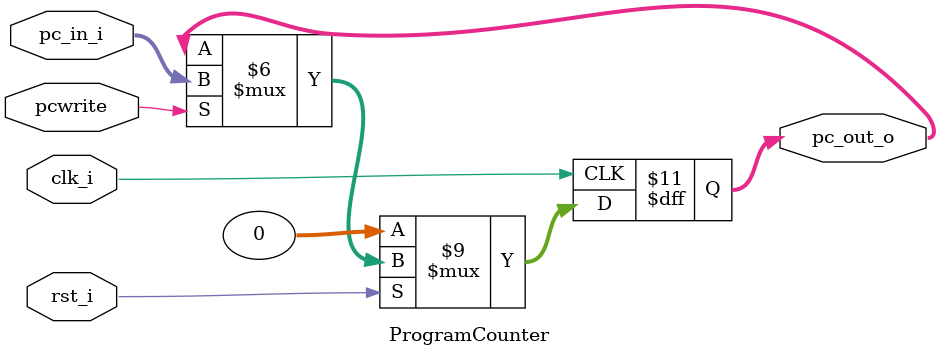
<source format=v>

module ProgramCounter(
    clk_i,
	rst_i,
	pc_in_i,
	pc_out_o,
	pcwrite
	);
     
//I/O ports
input           clk_i;
input	        rst_i;
input         pcwrite;
input  [32-1:0] pc_in_i;
output [32-1:0] pc_out_o;
 
//Internal Signals
reg    [32-1:0] pc_out_o;
 
//Parameter

    
//Main function
always @(posedge clk_i) begin
    if(~rst_i)
	    pc_out_o <= 0;
	else if(pcwrite)
	    pc_out_o <= pc_in_i;
	else if(~pcwrite) pc_out_o <= pc_out_o;
end

endmodule



                    
                    
</source>
